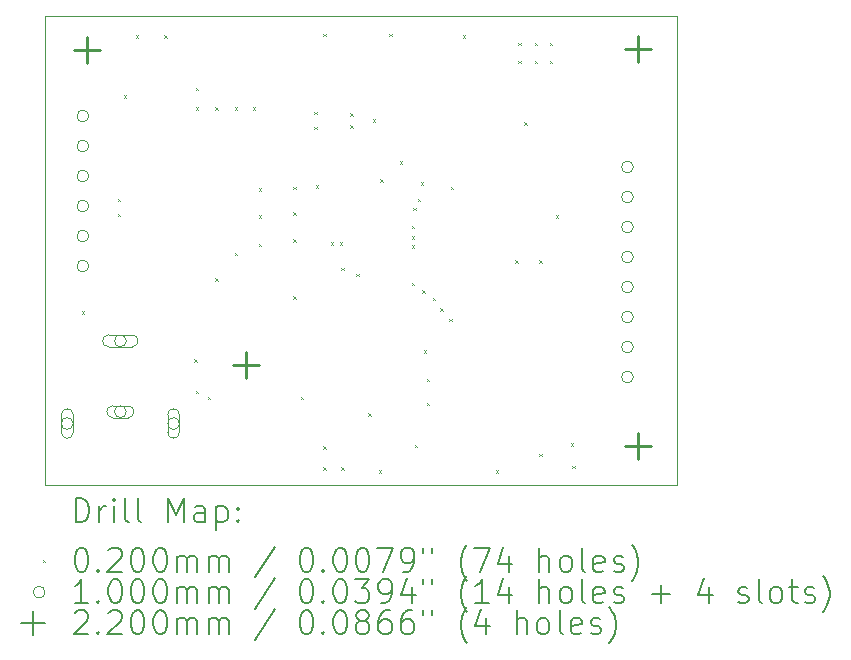
<source format=gbr>
%TF.GenerationSoftware,KiCad,Pcbnew,7.0.11-7.0.11~ubuntu22.04.1*%
%TF.CreationDate,2025-04-19T23:19:39+01:00*%
%TF.ProjectId,Mixed_Signal_Design,4d697865-645f-4536-9967-6e616c5f4465,rev?*%
%TF.SameCoordinates,Original*%
%TF.FileFunction,Drillmap*%
%TF.FilePolarity,Positive*%
%FSLAX45Y45*%
G04 Gerber Fmt 4.5, Leading zero omitted, Abs format (unit mm)*
G04 Created by KiCad (PCBNEW 7.0.11-7.0.11~ubuntu22.04.1) date 2025-04-19 23:19:39*
%MOMM*%
%LPD*%
G01*
G04 APERTURE LIST*
%ADD10C,0.050000*%
%ADD11C,0.200000*%
%ADD12C,0.100000*%
%ADD13C,0.220000*%
G04 APERTURE END LIST*
D10*
X11557000Y-8686800D02*
X16903700Y-8686800D01*
X16903700Y-12661900D01*
X11557000Y-12661900D01*
X11557000Y-8686800D01*
D11*
D12*
X11864500Y-11191400D02*
X11884500Y-11211400D01*
X11884500Y-11191400D02*
X11864500Y-11211400D01*
X12169300Y-10238900D02*
X12189300Y-10258900D01*
X12189300Y-10238900D02*
X12169300Y-10258900D01*
X12169300Y-10365900D02*
X12189300Y-10385900D01*
X12189300Y-10365900D02*
X12169300Y-10385900D01*
X12220100Y-9362600D02*
X12240100Y-9382600D01*
X12240100Y-9362600D02*
X12220100Y-9382600D01*
X12321700Y-8854600D02*
X12341700Y-8874600D01*
X12341700Y-8854600D02*
X12321700Y-8874600D01*
X12563000Y-8854600D02*
X12583000Y-8874600D01*
X12583000Y-8854600D02*
X12563000Y-8874600D01*
X12817000Y-11597800D02*
X12837000Y-11617800D01*
X12837000Y-11597800D02*
X12817000Y-11617800D01*
X12829700Y-9299100D02*
X12849700Y-9319100D01*
X12849700Y-9299100D02*
X12829700Y-9319100D01*
X12829700Y-9464200D02*
X12849700Y-9484200D01*
X12849700Y-9464200D02*
X12829700Y-9484200D01*
X12829700Y-11864500D02*
X12849700Y-11884500D01*
X12849700Y-11864500D02*
X12829700Y-11884500D01*
X12931300Y-11915300D02*
X12951300Y-11935300D01*
X12951300Y-11915300D02*
X12931300Y-11935300D01*
X12994800Y-9464200D02*
X13014800Y-9484200D01*
X13014800Y-9464200D02*
X12994800Y-9484200D01*
X12994800Y-10912000D02*
X13014800Y-10932000D01*
X13014800Y-10912000D02*
X12994800Y-10932000D01*
X13159900Y-9464200D02*
X13179900Y-9484200D01*
X13179900Y-9464200D02*
X13159900Y-9484200D01*
X13159900Y-10696100D02*
X13179900Y-10716100D01*
X13179900Y-10696100D02*
X13159900Y-10716100D01*
X13312300Y-9464200D02*
X13332300Y-9484200D01*
X13332300Y-9464200D02*
X13312300Y-9484200D01*
X13363100Y-10150000D02*
X13383100Y-10170000D01*
X13383100Y-10150000D02*
X13363100Y-10170000D01*
X13363100Y-10378600D02*
X13383100Y-10398600D01*
X13383100Y-10378600D02*
X13363100Y-10398600D01*
X13363100Y-10619900D02*
X13383100Y-10639900D01*
X13383100Y-10619900D02*
X13363100Y-10639900D01*
X13655200Y-10137300D02*
X13675200Y-10157300D01*
X13675200Y-10137300D02*
X13655200Y-10157300D01*
X13655200Y-10353200D02*
X13675200Y-10373200D01*
X13675200Y-10353200D02*
X13655200Y-10373200D01*
X13655200Y-10581800D02*
X13675200Y-10601800D01*
X13675200Y-10581800D02*
X13655200Y-10601800D01*
X13655200Y-11064400D02*
X13675200Y-11084400D01*
X13675200Y-11064400D02*
X13655200Y-11084400D01*
X13718700Y-11915300D02*
X13738700Y-11935300D01*
X13738700Y-11915300D02*
X13718700Y-11935300D01*
X13833000Y-9502300D02*
X13853000Y-9522300D01*
X13853000Y-9502300D02*
X13833000Y-9522300D01*
X13833000Y-9629300D02*
X13853000Y-9649300D01*
X13853000Y-9629300D02*
X13833000Y-9649300D01*
X13845700Y-10124600D02*
X13865700Y-10144600D01*
X13865700Y-10124600D02*
X13845700Y-10144600D01*
X13909200Y-8841900D02*
X13929200Y-8861900D01*
X13929200Y-8841900D02*
X13909200Y-8861900D01*
X13909200Y-12334400D02*
X13929200Y-12354400D01*
X13929200Y-12334400D02*
X13909200Y-12354400D01*
X13909200Y-12512200D02*
X13929200Y-12532200D01*
X13929200Y-12512200D02*
X13909200Y-12532200D01*
X13972700Y-10607200D02*
X13992700Y-10627200D01*
X13992700Y-10607200D02*
X13972700Y-10627200D01*
X14048900Y-10607200D02*
X14068900Y-10627200D01*
X14068900Y-10607200D02*
X14048900Y-10627200D01*
X14061600Y-10823100D02*
X14081600Y-10843100D01*
X14081600Y-10823100D02*
X14061600Y-10843100D01*
X14061600Y-12512200D02*
X14081600Y-12532200D01*
X14081600Y-12512200D02*
X14061600Y-12532200D01*
X14137800Y-9515000D02*
X14157800Y-9535000D01*
X14157800Y-9515000D02*
X14137800Y-9535000D01*
X14137800Y-9616600D02*
X14157800Y-9636600D01*
X14157800Y-9616600D02*
X14137800Y-9636600D01*
X14188600Y-10873900D02*
X14208600Y-10893900D01*
X14208600Y-10873900D02*
X14188600Y-10893900D01*
X14290200Y-12055000D02*
X14310200Y-12075000D01*
X14310200Y-12055000D02*
X14290200Y-12075000D01*
X14328300Y-9565800D02*
X14348300Y-9585800D01*
X14348300Y-9565800D02*
X14328300Y-9585800D01*
X14379100Y-12537600D02*
X14399100Y-12557600D01*
X14399100Y-12537600D02*
X14379100Y-12557600D01*
X14391800Y-10073800D02*
X14411800Y-10093800D01*
X14411800Y-10073800D02*
X14391800Y-10093800D01*
X14468000Y-8841900D02*
X14488000Y-8861900D01*
X14488000Y-8841900D02*
X14468000Y-8861900D01*
X14556900Y-9921400D02*
X14576900Y-9941400D01*
X14576900Y-9921400D02*
X14556900Y-9941400D01*
X14658500Y-10467500D02*
X14678500Y-10487500D01*
X14678500Y-10467500D02*
X14658500Y-10487500D01*
X14658500Y-10556400D02*
X14678500Y-10576400D01*
X14678500Y-10556400D02*
X14658500Y-10576400D01*
X14658500Y-10632600D02*
X14678500Y-10652600D01*
X14678500Y-10632600D02*
X14658500Y-10652600D01*
X14658500Y-10950100D02*
X14678500Y-10970100D01*
X14678500Y-10950100D02*
X14658500Y-10970100D01*
X14671200Y-10315100D02*
X14691200Y-10335100D01*
X14691200Y-10315100D02*
X14671200Y-10335100D01*
X14683900Y-12321700D02*
X14703900Y-12341700D01*
X14703900Y-12321700D02*
X14683900Y-12341700D01*
X14709300Y-10238900D02*
X14729300Y-10258900D01*
X14729300Y-10238900D02*
X14709300Y-10258900D01*
X14734700Y-10099200D02*
X14754700Y-10119200D01*
X14754700Y-10099200D02*
X14734700Y-10119200D01*
X14747400Y-11013600D02*
X14767400Y-11033600D01*
X14767400Y-11013600D02*
X14747400Y-11033600D01*
X14760100Y-11521600D02*
X14780100Y-11541600D01*
X14780100Y-11521600D02*
X14760100Y-11541600D01*
X14785500Y-11762900D02*
X14805500Y-11782900D01*
X14805500Y-11762900D02*
X14785500Y-11782900D01*
X14785500Y-11966100D02*
X14805500Y-11986100D01*
X14805500Y-11966100D02*
X14785500Y-11986100D01*
X14836300Y-11077100D02*
X14856300Y-11097100D01*
X14856300Y-11077100D02*
X14836300Y-11097100D01*
X14899800Y-11166000D02*
X14919800Y-11186000D01*
X14919800Y-11166000D02*
X14899800Y-11186000D01*
X14976000Y-11254900D02*
X14996000Y-11274900D01*
X14996000Y-11254900D02*
X14976000Y-11274900D01*
X14988700Y-10137300D02*
X15008700Y-10157300D01*
X15008700Y-10137300D02*
X14988700Y-10157300D01*
X15090300Y-8854600D02*
X15110300Y-8874600D01*
X15110300Y-8854600D02*
X15090300Y-8874600D01*
X15369700Y-12537600D02*
X15389700Y-12557600D01*
X15389700Y-12537600D02*
X15369700Y-12557600D01*
X15534800Y-10759600D02*
X15554800Y-10779600D01*
X15554800Y-10759600D02*
X15534800Y-10779600D01*
X15560200Y-8918100D02*
X15580200Y-8938100D01*
X15580200Y-8918100D02*
X15560200Y-8938100D01*
X15560200Y-9070500D02*
X15580200Y-9090500D01*
X15580200Y-9070500D02*
X15560200Y-9090500D01*
X15611000Y-9591200D02*
X15631000Y-9611200D01*
X15631000Y-9591200D02*
X15611000Y-9611200D01*
X15699900Y-8918100D02*
X15719900Y-8938100D01*
X15719900Y-8918100D02*
X15699900Y-8938100D01*
X15699900Y-9070500D02*
X15719900Y-9090500D01*
X15719900Y-9070500D02*
X15699900Y-9090500D01*
X15738000Y-10759600D02*
X15758000Y-10779600D01*
X15758000Y-10759600D02*
X15738000Y-10779600D01*
X15738000Y-12397900D02*
X15758000Y-12417900D01*
X15758000Y-12397900D02*
X15738000Y-12417900D01*
X15826900Y-8918100D02*
X15846900Y-8938100D01*
X15846900Y-8918100D02*
X15826900Y-8938100D01*
X15826900Y-9070500D02*
X15846900Y-9090500D01*
X15846900Y-9070500D02*
X15826900Y-9090500D01*
X15877700Y-10378600D02*
X15897700Y-10398600D01*
X15897700Y-10378600D02*
X15877700Y-10398600D01*
X16004700Y-12309000D02*
X16024700Y-12329000D01*
X16024700Y-12309000D02*
X16004700Y-12329000D01*
X16017400Y-12499500D02*
X16037400Y-12519500D01*
X16037400Y-12499500D02*
X16017400Y-12519500D01*
X11792000Y-12141200D02*
G75*
G03*
X11692000Y-12141200I-50000J0D01*
G01*
X11692000Y-12141200D02*
G75*
G03*
X11792000Y-12141200I50000J0D01*
G01*
X11692000Y-12066200D02*
X11692000Y-12216200D01*
X11692000Y-12216200D02*
G75*
G03*
X11792000Y-12216200I50000J0D01*
G01*
X11792000Y-12216200D02*
X11792000Y-12066200D01*
X11792000Y-12066200D02*
G75*
G03*
X11692000Y-12066200I-50000J0D01*
G01*
X11924500Y-9537700D02*
G75*
G03*
X11824500Y-9537700I-50000J0D01*
G01*
X11824500Y-9537700D02*
G75*
G03*
X11924500Y-9537700I50000J0D01*
G01*
X11924500Y-9791700D02*
G75*
G03*
X11824500Y-9791700I-50000J0D01*
G01*
X11824500Y-9791700D02*
G75*
G03*
X11924500Y-9791700I50000J0D01*
G01*
X11924500Y-10045700D02*
G75*
G03*
X11824500Y-10045700I-50000J0D01*
G01*
X11824500Y-10045700D02*
G75*
G03*
X11924500Y-10045700I50000J0D01*
G01*
X11924500Y-10299700D02*
G75*
G03*
X11824500Y-10299700I-50000J0D01*
G01*
X11824500Y-10299700D02*
G75*
G03*
X11924500Y-10299700I50000J0D01*
G01*
X11924500Y-10553700D02*
G75*
G03*
X11824500Y-10553700I-50000J0D01*
G01*
X11824500Y-10553700D02*
G75*
G03*
X11924500Y-10553700I50000J0D01*
G01*
X11924500Y-10807700D02*
G75*
G03*
X11824500Y-10807700I-50000J0D01*
G01*
X11824500Y-10807700D02*
G75*
G03*
X11924500Y-10807700I50000J0D01*
G01*
X12242000Y-11441200D02*
G75*
G03*
X12142000Y-11441200I-50000J0D01*
G01*
X12142000Y-11441200D02*
G75*
G03*
X12242000Y-11441200I50000J0D01*
G01*
X12092000Y-11491200D02*
X12292000Y-11491200D01*
X12292000Y-11491200D02*
G75*
G03*
X12292000Y-11391200I0J50000D01*
G01*
X12292000Y-11391200D02*
X12092000Y-11391200D01*
X12092000Y-11391200D02*
G75*
G03*
X12092000Y-11491200I0J-50000D01*
G01*
X12242000Y-12041200D02*
G75*
G03*
X12142000Y-12041200I-50000J0D01*
G01*
X12142000Y-12041200D02*
G75*
G03*
X12242000Y-12041200I50000J0D01*
G01*
X12127000Y-12091200D02*
X12257000Y-12091200D01*
X12257000Y-12091200D02*
G75*
G03*
X12257000Y-11991200I0J50000D01*
G01*
X12257000Y-11991200D02*
X12127000Y-11991200D01*
X12127000Y-11991200D02*
G75*
G03*
X12127000Y-12091200I0J-50000D01*
G01*
X12692000Y-12141200D02*
G75*
G03*
X12592000Y-12141200I-50000J0D01*
G01*
X12592000Y-12141200D02*
G75*
G03*
X12692000Y-12141200I50000J0D01*
G01*
X12592000Y-12066200D02*
X12592000Y-12216200D01*
X12592000Y-12216200D02*
G75*
G03*
X12692000Y-12216200I50000J0D01*
G01*
X12692000Y-12216200D02*
X12692000Y-12066200D01*
X12692000Y-12066200D02*
G75*
G03*
X12592000Y-12066200I-50000J0D01*
G01*
X16534600Y-9969500D02*
G75*
G03*
X16434600Y-9969500I-50000J0D01*
G01*
X16434600Y-9969500D02*
G75*
G03*
X16534600Y-9969500I50000J0D01*
G01*
X16534600Y-10223500D02*
G75*
G03*
X16434600Y-10223500I-50000J0D01*
G01*
X16434600Y-10223500D02*
G75*
G03*
X16534600Y-10223500I50000J0D01*
G01*
X16534600Y-10477500D02*
G75*
G03*
X16434600Y-10477500I-50000J0D01*
G01*
X16434600Y-10477500D02*
G75*
G03*
X16534600Y-10477500I50000J0D01*
G01*
X16534600Y-10731500D02*
G75*
G03*
X16434600Y-10731500I-50000J0D01*
G01*
X16434600Y-10731500D02*
G75*
G03*
X16534600Y-10731500I50000J0D01*
G01*
X16534600Y-10985500D02*
G75*
G03*
X16434600Y-10985500I-50000J0D01*
G01*
X16434600Y-10985500D02*
G75*
G03*
X16534600Y-10985500I50000J0D01*
G01*
X16534600Y-11239500D02*
G75*
G03*
X16434600Y-11239500I-50000J0D01*
G01*
X16434600Y-11239500D02*
G75*
G03*
X16534600Y-11239500I50000J0D01*
G01*
X16534600Y-11493500D02*
G75*
G03*
X16434600Y-11493500I-50000J0D01*
G01*
X16434600Y-11493500D02*
G75*
G03*
X16534600Y-11493500I50000J0D01*
G01*
X16534600Y-11747500D02*
G75*
G03*
X16434600Y-11747500I-50000J0D01*
G01*
X16434600Y-11747500D02*
G75*
G03*
X16534600Y-11747500I50000J0D01*
G01*
D13*
X11912600Y-8868900D02*
X11912600Y-9088900D01*
X11802600Y-8978900D02*
X12022600Y-8978900D01*
X13258800Y-11535900D02*
X13258800Y-11755900D01*
X13148800Y-11645900D02*
X13368800Y-11645900D01*
X16573500Y-8856200D02*
X16573500Y-9076200D01*
X16463500Y-8966200D02*
X16683500Y-8966200D01*
X16573500Y-12221700D02*
X16573500Y-12441700D01*
X16463500Y-12331700D02*
X16683500Y-12331700D01*
D11*
X11815277Y-12975884D02*
X11815277Y-12775884D01*
X11815277Y-12775884D02*
X11862896Y-12775884D01*
X11862896Y-12775884D02*
X11891467Y-12785408D01*
X11891467Y-12785408D02*
X11910515Y-12804455D01*
X11910515Y-12804455D02*
X11920039Y-12823503D01*
X11920039Y-12823503D02*
X11929562Y-12861598D01*
X11929562Y-12861598D02*
X11929562Y-12890169D01*
X11929562Y-12890169D02*
X11920039Y-12928265D01*
X11920039Y-12928265D02*
X11910515Y-12947312D01*
X11910515Y-12947312D02*
X11891467Y-12966360D01*
X11891467Y-12966360D02*
X11862896Y-12975884D01*
X11862896Y-12975884D02*
X11815277Y-12975884D01*
X12015277Y-12975884D02*
X12015277Y-12842550D01*
X12015277Y-12880646D02*
X12024801Y-12861598D01*
X12024801Y-12861598D02*
X12034324Y-12852074D01*
X12034324Y-12852074D02*
X12053372Y-12842550D01*
X12053372Y-12842550D02*
X12072420Y-12842550D01*
X12139086Y-12975884D02*
X12139086Y-12842550D01*
X12139086Y-12775884D02*
X12129562Y-12785408D01*
X12129562Y-12785408D02*
X12139086Y-12794931D01*
X12139086Y-12794931D02*
X12148610Y-12785408D01*
X12148610Y-12785408D02*
X12139086Y-12775884D01*
X12139086Y-12775884D02*
X12139086Y-12794931D01*
X12262896Y-12975884D02*
X12243848Y-12966360D01*
X12243848Y-12966360D02*
X12234324Y-12947312D01*
X12234324Y-12947312D02*
X12234324Y-12775884D01*
X12367658Y-12975884D02*
X12348610Y-12966360D01*
X12348610Y-12966360D02*
X12339086Y-12947312D01*
X12339086Y-12947312D02*
X12339086Y-12775884D01*
X12596229Y-12975884D02*
X12596229Y-12775884D01*
X12596229Y-12775884D02*
X12662896Y-12918741D01*
X12662896Y-12918741D02*
X12729562Y-12775884D01*
X12729562Y-12775884D02*
X12729562Y-12975884D01*
X12910515Y-12975884D02*
X12910515Y-12871122D01*
X12910515Y-12871122D02*
X12900991Y-12852074D01*
X12900991Y-12852074D02*
X12881943Y-12842550D01*
X12881943Y-12842550D02*
X12843848Y-12842550D01*
X12843848Y-12842550D02*
X12824801Y-12852074D01*
X12910515Y-12966360D02*
X12891467Y-12975884D01*
X12891467Y-12975884D02*
X12843848Y-12975884D01*
X12843848Y-12975884D02*
X12824801Y-12966360D01*
X12824801Y-12966360D02*
X12815277Y-12947312D01*
X12815277Y-12947312D02*
X12815277Y-12928265D01*
X12815277Y-12928265D02*
X12824801Y-12909217D01*
X12824801Y-12909217D02*
X12843848Y-12899693D01*
X12843848Y-12899693D02*
X12891467Y-12899693D01*
X12891467Y-12899693D02*
X12910515Y-12890169D01*
X13005753Y-12842550D02*
X13005753Y-13042550D01*
X13005753Y-12852074D02*
X13024801Y-12842550D01*
X13024801Y-12842550D02*
X13062896Y-12842550D01*
X13062896Y-12842550D02*
X13081943Y-12852074D01*
X13081943Y-12852074D02*
X13091467Y-12861598D01*
X13091467Y-12861598D02*
X13100991Y-12880646D01*
X13100991Y-12880646D02*
X13100991Y-12937788D01*
X13100991Y-12937788D02*
X13091467Y-12956836D01*
X13091467Y-12956836D02*
X13081943Y-12966360D01*
X13081943Y-12966360D02*
X13062896Y-12975884D01*
X13062896Y-12975884D02*
X13024801Y-12975884D01*
X13024801Y-12975884D02*
X13005753Y-12966360D01*
X13186705Y-12956836D02*
X13196229Y-12966360D01*
X13196229Y-12966360D02*
X13186705Y-12975884D01*
X13186705Y-12975884D02*
X13177182Y-12966360D01*
X13177182Y-12966360D02*
X13186705Y-12956836D01*
X13186705Y-12956836D02*
X13186705Y-12975884D01*
X13186705Y-12852074D02*
X13196229Y-12861598D01*
X13196229Y-12861598D02*
X13186705Y-12871122D01*
X13186705Y-12871122D02*
X13177182Y-12861598D01*
X13177182Y-12861598D02*
X13186705Y-12852074D01*
X13186705Y-12852074D02*
X13186705Y-12871122D01*
D12*
X11534500Y-13294400D02*
X11554500Y-13314400D01*
X11554500Y-13294400D02*
X11534500Y-13314400D01*
D11*
X11853372Y-13195884D02*
X11872420Y-13195884D01*
X11872420Y-13195884D02*
X11891467Y-13205408D01*
X11891467Y-13205408D02*
X11900991Y-13214931D01*
X11900991Y-13214931D02*
X11910515Y-13233979D01*
X11910515Y-13233979D02*
X11920039Y-13272074D01*
X11920039Y-13272074D02*
X11920039Y-13319693D01*
X11920039Y-13319693D02*
X11910515Y-13357788D01*
X11910515Y-13357788D02*
X11900991Y-13376836D01*
X11900991Y-13376836D02*
X11891467Y-13386360D01*
X11891467Y-13386360D02*
X11872420Y-13395884D01*
X11872420Y-13395884D02*
X11853372Y-13395884D01*
X11853372Y-13395884D02*
X11834324Y-13386360D01*
X11834324Y-13386360D02*
X11824801Y-13376836D01*
X11824801Y-13376836D02*
X11815277Y-13357788D01*
X11815277Y-13357788D02*
X11805753Y-13319693D01*
X11805753Y-13319693D02*
X11805753Y-13272074D01*
X11805753Y-13272074D02*
X11815277Y-13233979D01*
X11815277Y-13233979D02*
X11824801Y-13214931D01*
X11824801Y-13214931D02*
X11834324Y-13205408D01*
X11834324Y-13205408D02*
X11853372Y-13195884D01*
X12005753Y-13376836D02*
X12015277Y-13386360D01*
X12015277Y-13386360D02*
X12005753Y-13395884D01*
X12005753Y-13395884D02*
X11996229Y-13386360D01*
X11996229Y-13386360D02*
X12005753Y-13376836D01*
X12005753Y-13376836D02*
X12005753Y-13395884D01*
X12091467Y-13214931D02*
X12100991Y-13205408D01*
X12100991Y-13205408D02*
X12120039Y-13195884D01*
X12120039Y-13195884D02*
X12167658Y-13195884D01*
X12167658Y-13195884D02*
X12186705Y-13205408D01*
X12186705Y-13205408D02*
X12196229Y-13214931D01*
X12196229Y-13214931D02*
X12205753Y-13233979D01*
X12205753Y-13233979D02*
X12205753Y-13253027D01*
X12205753Y-13253027D02*
X12196229Y-13281598D01*
X12196229Y-13281598D02*
X12081943Y-13395884D01*
X12081943Y-13395884D02*
X12205753Y-13395884D01*
X12329562Y-13195884D02*
X12348610Y-13195884D01*
X12348610Y-13195884D02*
X12367658Y-13205408D01*
X12367658Y-13205408D02*
X12377182Y-13214931D01*
X12377182Y-13214931D02*
X12386705Y-13233979D01*
X12386705Y-13233979D02*
X12396229Y-13272074D01*
X12396229Y-13272074D02*
X12396229Y-13319693D01*
X12396229Y-13319693D02*
X12386705Y-13357788D01*
X12386705Y-13357788D02*
X12377182Y-13376836D01*
X12377182Y-13376836D02*
X12367658Y-13386360D01*
X12367658Y-13386360D02*
X12348610Y-13395884D01*
X12348610Y-13395884D02*
X12329562Y-13395884D01*
X12329562Y-13395884D02*
X12310515Y-13386360D01*
X12310515Y-13386360D02*
X12300991Y-13376836D01*
X12300991Y-13376836D02*
X12291467Y-13357788D01*
X12291467Y-13357788D02*
X12281943Y-13319693D01*
X12281943Y-13319693D02*
X12281943Y-13272074D01*
X12281943Y-13272074D02*
X12291467Y-13233979D01*
X12291467Y-13233979D02*
X12300991Y-13214931D01*
X12300991Y-13214931D02*
X12310515Y-13205408D01*
X12310515Y-13205408D02*
X12329562Y-13195884D01*
X12520039Y-13195884D02*
X12539086Y-13195884D01*
X12539086Y-13195884D02*
X12558134Y-13205408D01*
X12558134Y-13205408D02*
X12567658Y-13214931D01*
X12567658Y-13214931D02*
X12577182Y-13233979D01*
X12577182Y-13233979D02*
X12586705Y-13272074D01*
X12586705Y-13272074D02*
X12586705Y-13319693D01*
X12586705Y-13319693D02*
X12577182Y-13357788D01*
X12577182Y-13357788D02*
X12567658Y-13376836D01*
X12567658Y-13376836D02*
X12558134Y-13386360D01*
X12558134Y-13386360D02*
X12539086Y-13395884D01*
X12539086Y-13395884D02*
X12520039Y-13395884D01*
X12520039Y-13395884D02*
X12500991Y-13386360D01*
X12500991Y-13386360D02*
X12491467Y-13376836D01*
X12491467Y-13376836D02*
X12481943Y-13357788D01*
X12481943Y-13357788D02*
X12472420Y-13319693D01*
X12472420Y-13319693D02*
X12472420Y-13272074D01*
X12472420Y-13272074D02*
X12481943Y-13233979D01*
X12481943Y-13233979D02*
X12491467Y-13214931D01*
X12491467Y-13214931D02*
X12500991Y-13205408D01*
X12500991Y-13205408D02*
X12520039Y-13195884D01*
X12672420Y-13395884D02*
X12672420Y-13262550D01*
X12672420Y-13281598D02*
X12681943Y-13272074D01*
X12681943Y-13272074D02*
X12700991Y-13262550D01*
X12700991Y-13262550D02*
X12729563Y-13262550D01*
X12729563Y-13262550D02*
X12748610Y-13272074D01*
X12748610Y-13272074D02*
X12758134Y-13291122D01*
X12758134Y-13291122D02*
X12758134Y-13395884D01*
X12758134Y-13291122D02*
X12767658Y-13272074D01*
X12767658Y-13272074D02*
X12786705Y-13262550D01*
X12786705Y-13262550D02*
X12815277Y-13262550D01*
X12815277Y-13262550D02*
X12834324Y-13272074D01*
X12834324Y-13272074D02*
X12843848Y-13291122D01*
X12843848Y-13291122D02*
X12843848Y-13395884D01*
X12939086Y-13395884D02*
X12939086Y-13262550D01*
X12939086Y-13281598D02*
X12948610Y-13272074D01*
X12948610Y-13272074D02*
X12967658Y-13262550D01*
X12967658Y-13262550D02*
X12996229Y-13262550D01*
X12996229Y-13262550D02*
X13015277Y-13272074D01*
X13015277Y-13272074D02*
X13024801Y-13291122D01*
X13024801Y-13291122D02*
X13024801Y-13395884D01*
X13024801Y-13291122D02*
X13034324Y-13272074D01*
X13034324Y-13272074D02*
X13053372Y-13262550D01*
X13053372Y-13262550D02*
X13081943Y-13262550D01*
X13081943Y-13262550D02*
X13100991Y-13272074D01*
X13100991Y-13272074D02*
X13110515Y-13291122D01*
X13110515Y-13291122D02*
X13110515Y-13395884D01*
X13500991Y-13186360D02*
X13329563Y-13443503D01*
X13758134Y-13195884D02*
X13777182Y-13195884D01*
X13777182Y-13195884D02*
X13796229Y-13205408D01*
X13796229Y-13205408D02*
X13805753Y-13214931D01*
X13805753Y-13214931D02*
X13815277Y-13233979D01*
X13815277Y-13233979D02*
X13824801Y-13272074D01*
X13824801Y-13272074D02*
X13824801Y-13319693D01*
X13824801Y-13319693D02*
X13815277Y-13357788D01*
X13815277Y-13357788D02*
X13805753Y-13376836D01*
X13805753Y-13376836D02*
X13796229Y-13386360D01*
X13796229Y-13386360D02*
X13777182Y-13395884D01*
X13777182Y-13395884D02*
X13758134Y-13395884D01*
X13758134Y-13395884D02*
X13739086Y-13386360D01*
X13739086Y-13386360D02*
X13729563Y-13376836D01*
X13729563Y-13376836D02*
X13720039Y-13357788D01*
X13720039Y-13357788D02*
X13710515Y-13319693D01*
X13710515Y-13319693D02*
X13710515Y-13272074D01*
X13710515Y-13272074D02*
X13720039Y-13233979D01*
X13720039Y-13233979D02*
X13729563Y-13214931D01*
X13729563Y-13214931D02*
X13739086Y-13205408D01*
X13739086Y-13205408D02*
X13758134Y-13195884D01*
X13910515Y-13376836D02*
X13920039Y-13386360D01*
X13920039Y-13386360D02*
X13910515Y-13395884D01*
X13910515Y-13395884D02*
X13900991Y-13386360D01*
X13900991Y-13386360D02*
X13910515Y-13376836D01*
X13910515Y-13376836D02*
X13910515Y-13395884D01*
X14043848Y-13195884D02*
X14062896Y-13195884D01*
X14062896Y-13195884D02*
X14081944Y-13205408D01*
X14081944Y-13205408D02*
X14091467Y-13214931D01*
X14091467Y-13214931D02*
X14100991Y-13233979D01*
X14100991Y-13233979D02*
X14110515Y-13272074D01*
X14110515Y-13272074D02*
X14110515Y-13319693D01*
X14110515Y-13319693D02*
X14100991Y-13357788D01*
X14100991Y-13357788D02*
X14091467Y-13376836D01*
X14091467Y-13376836D02*
X14081944Y-13386360D01*
X14081944Y-13386360D02*
X14062896Y-13395884D01*
X14062896Y-13395884D02*
X14043848Y-13395884D01*
X14043848Y-13395884D02*
X14024801Y-13386360D01*
X14024801Y-13386360D02*
X14015277Y-13376836D01*
X14015277Y-13376836D02*
X14005753Y-13357788D01*
X14005753Y-13357788D02*
X13996229Y-13319693D01*
X13996229Y-13319693D02*
X13996229Y-13272074D01*
X13996229Y-13272074D02*
X14005753Y-13233979D01*
X14005753Y-13233979D02*
X14015277Y-13214931D01*
X14015277Y-13214931D02*
X14024801Y-13205408D01*
X14024801Y-13205408D02*
X14043848Y-13195884D01*
X14234325Y-13195884D02*
X14253372Y-13195884D01*
X14253372Y-13195884D02*
X14272420Y-13205408D01*
X14272420Y-13205408D02*
X14281944Y-13214931D01*
X14281944Y-13214931D02*
X14291467Y-13233979D01*
X14291467Y-13233979D02*
X14300991Y-13272074D01*
X14300991Y-13272074D02*
X14300991Y-13319693D01*
X14300991Y-13319693D02*
X14291467Y-13357788D01*
X14291467Y-13357788D02*
X14281944Y-13376836D01*
X14281944Y-13376836D02*
X14272420Y-13386360D01*
X14272420Y-13386360D02*
X14253372Y-13395884D01*
X14253372Y-13395884D02*
X14234325Y-13395884D01*
X14234325Y-13395884D02*
X14215277Y-13386360D01*
X14215277Y-13386360D02*
X14205753Y-13376836D01*
X14205753Y-13376836D02*
X14196229Y-13357788D01*
X14196229Y-13357788D02*
X14186706Y-13319693D01*
X14186706Y-13319693D02*
X14186706Y-13272074D01*
X14186706Y-13272074D02*
X14196229Y-13233979D01*
X14196229Y-13233979D02*
X14205753Y-13214931D01*
X14205753Y-13214931D02*
X14215277Y-13205408D01*
X14215277Y-13205408D02*
X14234325Y-13195884D01*
X14367658Y-13195884D02*
X14500991Y-13195884D01*
X14500991Y-13195884D02*
X14415277Y-13395884D01*
X14586706Y-13395884D02*
X14624801Y-13395884D01*
X14624801Y-13395884D02*
X14643848Y-13386360D01*
X14643848Y-13386360D02*
X14653372Y-13376836D01*
X14653372Y-13376836D02*
X14672420Y-13348265D01*
X14672420Y-13348265D02*
X14681944Y-13310169D01*
X14681944Y-13310169D02*
X14681944Y-13233979D01*
X14681944Y-13233979D02*
X14672420Y-13214931D01*
X14672420Y-13214931D02*
X14662896Y-13205408D01*
X14662896Y-13205408D02*
X14643848Y-13195884D01*
X14643848Y-13195884D02*
X14605753Y-13195884D01*
X14605753Y-13195884D02*
X14586706Y-13205408D01*
X14586706Y-13205408D02*
X14577182Y-13214931D01*
X14577182Y-13214931D02*
X14567658Y-13233979D01*
X14567658Y-13233979D02*
X14567658Y-13281598D01*
X14567658Y-13281598D02*
X14577182Y-13300646D01*
X14577182Y-13300646D02*
X14586706Y-13310169D01*
X14586706Y-13310169D02*
X14605753Y-13319693D01*
X14605753Y-13319693D02*
X14643848Y-13319693D01*
X14643848Y-13319693D02*
X14662896Y-13310169D01*
X14662896Y-13310169D02*
X14672420Y-13300646D01*
X14672420Y-13300646D02*
X14681944Y-13281598D01*
X14758134Y-13195884D02*
X14758134Y-13233979D01*
X14834325Y-13195884D02*
X14834325Y-13233979D01*
X15129563Y-13472074D02*
X15120039Y-13462550D01*
X15120039Y-13462550D02*
X15100991Y-13433979D01*
X15100991Y-13433979D02*
X15091468Y-13414931D01*
X15091468Y-13414931D02*
X15081944Y-13386360D01*
X15081944Y-13386360D02*
X15072420Y-13338741D01*
X15072420Y-13338741D02*
X15072420Y-13300646D01*
X15072420Y-13300646D02*
X15081944Y-13253027D01*
X15081944Y-13253027D02*
X15091468Y-13224455D01*
X15091468Y-13224455D02*
X15100991Y-13205408D01*
X15100991Y-13205408D02*
X15120039Y-13176836D01*
X15120039Y-13176836D02*
X15129563Y-13167312D01*
X15186706Y-13195884D02*
X15320039Y-13195884D01*
X15320039Y-13195884D02*
X15234325Y-13395884D01*
X15481944Y-13262550D02*
X15481944Y-13395884D01*
X15434325Y-13186360D02*
X15386706Y-13329217D01*
X15386706Y-13329217D02*
X15510515Y-13329217D01*
X15739087Y-13395884D02*
X15739087Y-13195884D01*
X15824801Y-13395884D02*
X15824801Y-13291122D01*
X15824801Y-13291122D02*
X15815277Y-13272074D01*
X15815277Y-13272074D02*
X15796230Y-13262550D01*
X15796230Y-13262550D02*
X15767658Y-13262550D01*
X15767658Y-13262550D02*
X15748610Y-13272074D01*
X15748610Y-13272074D02*
X15739087Y-13281598D01*
X15948610Y-13395884D02*
X15929563Y-13386360D01*
X15929563Y-13386360D02*
X15920039Y-13376836D01*
X15920039Y-13376836D02*
X15910515Y-13357788D01*
X15910515Y-13357788D02*
X15910515Y-13300646D01*
X15910515Y-13300646D02*
X15920039Y-13281598D01*
X15920039Y-13281598D02*
X15929563Y-13272074D01*
X15929563Y-13272074D02*
X15948610Y-13262550D01*
X15948610Y-13262550D02*
X15977182Y-13262550D01*
X15977182Y-13262550D02*
X15996230Y-13272074D01*
X15996230Y-13272074D02*
X16005753Y-13281598D01*
X16005753Y-13281598D02*
X16015277Y-13300646D01*
X16015277Y-13300646D02*
X16015277Y-13357788D01*
X16015277Y-13357788D02*
X16005753Y-13376836D01*
X16005753Y-13376836D02*
X15996230Y-13386360D01*
X15996230Y-13386360D02*
X15977182Y-13395884D01*
X15977182Y-13395884D02*
X15948610Y-13395884D01*
X16129563Y-13395884D02*
X16110515Y-13386360D01*
X16110515Y-13386360D02*
X16100991Y-13367312D01*
X16100991Y-13367312D02*
X16100991Y-13195884D01*
X16281944Y-13386360D02*
X16262896Y-13395884D01*
X16262896Y-13395884D02*
X16224801Y-13395884D01*
X16224801Y-13395884D02*
X16205753Y-13386360D01*
X16205753Y-13386360D02*
X16196230Y-13367312D01*
X16196230Y-13367312D02*
X16196230Y-13291122D01*
X16196230Y-13291122D02*
X16205753Y-13272074D01*
X16205753Y-13272074D02*
X16224801Y-13262550D01*
X16224801Y-13262550D02*
X16262896Y-13262550D01*
X16262896Y-13262550D02*
X16281944Y-13272074D01*
X16281944Y-13272074D02*
X16291468Y-13291122D01*
X16291468Y-13291122D02*
X16291468Y-13310169D01*
X16291468Y-13310169D02*
X16196230Y-13329217D01*
X16367658Y-13386360D02*
X16386706Y-13395884D01*
X16386706Y-13395884D02*
X16424801Y-13395884D01*
X16424801Y-13395884D02*
X16443849Y-13386360D01*
X16443849Y-13386360D02*
X16453372Y-13367312D01*
X16453372Y-13367312D02*
X16453372Y-13357788D01*
X16453372Y-13357788D02*
X16443849Y-13338741D01*
X16443849Y-13338741D02*
X16424801Y-13329217D01*
X16424801Y-13329217D02*
X16396230Y-13329217D01*
X16396230Y-13329217D02*
X16377182Y-13319693D01*
X16377182Y-13319693D02*
X16367658Y-13300646D01*
X16367658Y-13300646D02*
X16367658Y-13291122D01*
X16367658Y-13291122D02*
X16377182Y-13272074D01*
X16377182Y-13272074D02*
X16396230Y-13262550D01*
X16396230Y-13262550D02*
X16424801Y-13262550D01*
X16424801Y-13262550D02*
X16443849Y-13272074D01*
X16520039Y-13472074D02*
X16529563Y-13462550D01*
X16529563Y-13462550D02*
X16548611Y-13433979D01*
X16548611Y-13433979D02*
X16558134Y-13414931D01*
X16558134Y-13414931D02*
X16567658Y-13386360D01*
X16567658Y-13386360D02*
X16577182Y-13338741D01*
X16577182Y-13338741D02*
X16577182Y-13300646D01*
X16577182Y-13300646D02*
X16567658Y-13253027D01*
X16567658Y-13253027D02*
X16558134Y-13224455D01*
X16558134Y-13224455D02*
X16548611Y-13205408D01*
X16548611Y-13205408D02*
X16529563Y-13176836D01*
X16529563Y-13176836D02*
X16520039Y-13167312D01*
D12*
X11554500Y-13568400D02*
G75*
G03*
X11454500Y-13568400I-50000J0D01*
G01*
X11454500Y-13568400D02*
G75*
G03*
X11554500Y-13568400I50000J0D01*
G01*
D11*
X11920039Y-13659884D02*
X11805753Y-13659884D01*
X11862896Y-13659884D02*
X11862896Y-13459884D01*
X11862896Y-13459884D02*
X11843848Y-13488455D01*
X11843848Y-13488455D02*
X11824801Y-13507503D01*
X11824801Y-13507503D02*
X11805753Y-13517027D01*
X12005753Y-13640836D02*
X12015277Y-13650360D01*
X12015277Y-13650360D02*
X12005753Y-13659884D01*
X12005753Y-13659884D02*
X11996229Y-13650360D01*
X11996229Y-13650360D02*
X12005753Y-13640836D01*
X12005753Y-13640836D02*
X12005753Y-13659884D01*
X12139086Y-13459884D02*
X12158134Y-13459884D01*
X12158134Y-13459884D02*
X12177182Y-13469408D01*
X12177182Y-13469408D02*
X12186705Y-13478931D01*
X12186705Y-13478931D02*
X12196229Y-13497979D01*
X12196229Y-13497979D02*
X12205753Y-13536074D01*
X12205753Y-13536074D02*
X12205753Y-13583693D01*
X12205753Y-13583693D02*
X12196229Y-13621788D01*
X12196229Y-13621788D02*
X12186705Y-13640836D01*
X12186705Y-13640836D02*
X12177182Y-13650360D01*
X12177182Y-13650360D02*
X12158134Y-13659884D01*
X12158134Y-13659884D02*
X12139086Y-13659884D01*
X12139086Y-13659884D02*
X12120039Y-13650360D01*
X12120039Y-13650360D02*
X12110515Y-13640836D01*
X12110515Y-13640836D02*
X12100991Y-13621788D01*
X12100991Y-13621788D02*
X12091467Y-13583693D01*
X12091467Y-13583693D02*
X12091467Y-13536074D01*
X12091467Y-13536074D02*
X12100991Y-13497979D01*
X12100991Y-13497979D02*
X12110515Y-13478931D01*
X12110515Y-13478931D02*
X12120039Y-13469408D01*
X12120039Y-13469408D02*
X12139086Y-13459884D01*
X12329562Y-13459884D02*
X12348610Y-13459884D01*
X12348610Y-13459884D02*
X12367658Y-13469408D01*
X12367658Y-13469408D02*
X12377182Y-13478931D01*
X12377182Y-13478931D02*
X12386705Y-13497979D01*
X12386705Y-13497979D02*
X12396229Y-13536074D01*
X12396229Y-13536074D02*
X12396229Y-13583693D01*
X12396229Y-13583693D02*
X12386705Y-13621788D01*
X12386705Y-13621788D02*
X12377182Y-13640836D01*
X12377182Y-13640836D02*
X12367658Y-13650360D01*
X12367658Y-13650360D02*
X12348610Y-13659884D01*
X12348610Y-13659884D02*
X12329562Y-13659884D01*
X12329562Y-13659884D02*
X12310515Y-13650360D01*
X12310515Y-13650360D02*
X12300991Y-13640836D01*
X12300991Y-13640836D02*
X12291467Y-13621788D01*
X12291467Y-13621788D02*
X12281943Y-13583693D01*
X12281943Y-13583693D02*
X12281943Y-13536074D01*
X12281943Y-13536074D02*
X12291467Y-13497979D01*
X12291467Y-13497979D02*
X12300991Y-13478931D01*
X12300991Y-13478931D02*
X12310515Y-13469408D01*
X12310515Y-13469408D02*
X12329562Y-13459884D01*
X12520039Y-13459884D02*
X12539086Y-13459884D01*
X12539086Y-13459884D02*
X12558134Y-13469408D01*
X12558134Y-13469408D02*
X12567658Y-13478931D01*
X12567658Y-13478931D02*
X12577182Y-13497979D01*
X12577182Y-13497979D02*
X12586705Y-13536074D01*
X12586705Y-13536074D02*
X12586705Y-13583693D01*
X12586705Y-13583693D02*
X12577182Y-13621788D01*
X12577182Y-13621788D02*
X12567658Y-13640836D01*
X12567658Y-13640836D02*
X12558134Y-13650360D01*
X12558134Y-13650360D02*
X12539086Y-13659884D01*
X12539086Y-13659884D02*
X12520039Y-13659884D01*
X12520039Y-13659884D02*
X12500991Y-13650360D01*
X12500991Y-13650360D02*
X12491467Y-13640836D01*
X12491467Y-13640836D02*
X12481943Y-13621788D01*
X12481943Y-13621788D02*
X12472420Y-13583693D01*
X12472420Y-13583693D02*
X12472420Y-13536074D01*
X12472420Y-13536074D02*
X12481943Y-13497979D01*
X12481943Y-13497979D02*
X12491467Y-13478931D01*
X12491467Y-13478931D02*
X12500991Y-13469408D01*
X12500991Y-13469408D02*
X12520039Y-13459884D01*
X12672420Y-13659884D02*
X12672420Y-13526550D01*
X12672420Y-13545598D02*
X12681943Y-13536074D01*
X12681943Y-13536074D02*
X12700991Y-13526550D01*
X12700991Y-13526550D02*
X12729563Y-13526550D01*
X12729563Y-13526550D02*
X12748610Y-13536074D01*
X12748610Y-13536074D02*
X12758134Y-13555122D01*
X12758134Y-13555122D02*
X12758134Y-13659884D01*
X12758134Y-13555122D02*
X12767658Y-13536074D01*
X12767658Y-13536074D02*
X12786705Y-13526550D01*
X12786705Y-13526550D02*
X12815277Y-13526550D01*
X12815277Y-13526550D02*
X12834324Y-13536074D01*
X12834324Y-13536074D02*
X12843848Y-13555122D01*
X12843848Y-13555122D02*
X12843848Y-13659884D01*
X12939086Y-13659884D02*
X12939086Y-13526550D01*
X12939086Y-13545598D02*
X12948610Y-13536074D01*
X12948610Y-13536074D02*
X12967658Y-13526550D01*
X12967658Y-13526550D02*
X12996229Y-13526550D01*
X12996229Y-13526550D02*
X13015277Y-13536074D01*
X13015277Y-13536074D02*
X13024801Y-13555122D01*
X13024801Y-13555122D02*
X13024801Y-13659884D01*
X13024801Y-13555122D02*
X13034324Y-13536074D01*
X13034324Y-13536074D02*
X13053372Y-13526550D01*
X13053372Y-13526550D02*
X13081943Y-13526550D01*
X13081943Y-13526550D02*
X13100991Y-13536074D01*
X13100991Y-13536074D02*
X13110515Y-13555122D01*
X13110515Y-13555122D02*
X13110515Y-13659884D01*
X13500991Y-13450360D02*
X13329563Y-13707503D01*
X13758134Y-13459884D02*
X13777182Y-13459884D01*
X13777182Y-13459884D02*
X13796229Y-13469408D01*
X13796229Y-13469408D02*
X13805753Y-13478931D01*
X13805753Y-13478931D02*
X13815277Y-13497979D01*
X13815277Y-13497979D02*
X13824801Y-13536074D01*
X13824801Y-13536074D02*
X13824801Y-13583693D01*
X13824801Y-13583693D02*
X13815277Y-13621788D01*
X13815277Y-13621788D02*
X13805753Y-13640836D01*
X13805753Y-13640836D02*
X13796229Y-13650360D01*
X13796229Y-13650360D02*
X13777182Y-13659884D01*
X13777182Y-13659884D02*
X13758134Y-13659884D01*
X13758134Y-13659884D02*
X13739086Y-13650360D01*
X13739086Y-13650360D02*
X13729563Y-13640836D01*
X13729563Y-13640836D02*
X13720039Y-13621788D01*
X13720039Y-13621788D02*
X13710515Y-13583693D01*
X13710515Y-13583693D02*
X13710515Y-13536074D01*
X13710515Y-13536074D02*
X13720039Y-13497979D01*
X13720039Y-13497979D02*
X13729563Y-13478931D01*
X13729563Y-13478931D02*
X13739086Y-13469408D01*
X13739086Y-13469408D02*
X13758134Y-13459884D01*
X13910515Y-13640836D02*
X13920039Y-13650360D01*
X13920039Y-13650360D02*
X13910515Y-13659884D01*
X13910515Y-13659884D02*
X13900991Y-13650360D01*
X13900991Y-13650360D02*
X13910515Y-13640836D01*
X13910515Y-13640836D02*
X13910515Y-13659884D01*
X14043848Y-13459884D02*
X14062896Y-13459884D01*
X14062896Y-13459884D02*
X14081944Y-13469408D01*
X14081944Y-13469408D02*
X14091467Y-13478931D01*
X14091467Y-13478931D02*
X14100991Y-13497979D01*
X14100991Y-13497979D02*
X14110515Y-13536074D01*
X14110515Y-13536074D02*
X14110515Y-13583693D01*
X14110515Y-13583693D02*
X14100991Y-13621788D01*
X14100991Y-13621788D02*
X14091467Y-13640836D01*
X14091467Y-13640836D02*
X14081944Y-13650360D01*
X14081944Y-13650360D02*
X14062896Y-13659884D01*
X14062896Y-13659884D02*
X14043848Y-13659884D01*
X14043848Y-13659884D02*
X14024801Y-13650360D01*
X14024801Y-13650360D02*
X14015277Y-13640836D01*
X14015277Y-13640836D02*
X14005753Y-13621788D01*
X14005753Y-13621788D02*
X13996229Y-13583693D01*
X13996229Y-13583693D02*
X13996229Y-13536074D01*
X13996229Y-13536074D02*
X14005753Y-13497979D01*
X14005753Y-13497979D02*
X14015277Y-13478931D01*
X14015277Y-13478931D02*
X14024801Y-13469408D01*
X14024801Y-13469408D02*
X14043848Y-13459884D01*
X14177182Y-13459884D02*
X14300991Y-13459884D01*
X14300991Y-13459884D02*
X14234325Y-13536074D01*
X14234325Y-13536074D02*
X14262896Y-13536074D01*
X14262896Y-13536074D02*
X14281944Y-13545598D01*
X14281944Y-13545598D02*
X14291467Y-13555122D01*
X14291467Y-13555122D02*
X14300991Y-13574169D01*
X14300991Y-13574169D02*
X14300991Y-13621788D01*
X14300991Y-13621788D02*
X14291467Y-13640836D01*
X14291467Y-13640836D02*
X14281944Y-13650360D01*
X14281944Y-13650360D02*
X14262896Y-13659884D01*
X14262896Y-13659884D02*
X14205753Y-13659884D01*
X14205753Y-13659884D02*
X14186706Y-13650360D01*
X14186706Y-13650360D02*
X14177182Y-13640836D01*
X14396229Y-13659884D02*
X14434325Y-13659884D01*
X14434325Y-13659884D02*
X14453372Y-13650360D01*
X14453372Y-13650360D02*
X14462896Y-13640836D01*
X14462896Y-13640836D02*
X14481944Y-13612265D01*
X14481944Y-13612265D02*
X14491467Y-13574169D01*
X14491467Y-13574169D02*
X14491467Y-13497979D01*
X14491467Y-13497979D02*
X14481944Y-13478931D01*
X14481944Y-13478931D02*
X14472420Y-13469408D01*
X14472420Y-13469408D02*
X14453372Y-13459884D01*
X14453372Y-13459884D02*
X14415277Y-13459884D01*
X14415277Y-13459884D02*
X14396229Y-13469408D01*
X14396229Y-13469408D02*
X14386706Y-13478931D01*
X14386706Y-13478931D02*
X14377182Y-13497979D01*
X14377182Y-13497979D02*
X14377182Y-13545598D01*
X14377182Y-13545598D02*
X14386706Y-13564646D01*
X14386706Y-13564646D02*
X14396229Y-13574169D01*
X14396229Y-13574169D02*
X14415277Y-13583693D01*
X14415277Y-13583693D02*
X14453372Y-13583693D01*
X14453372Y-13583693D02*
X14472420Y-13574169D01*
X14472420Y-13574169D02*
X14481944Y-13564646D01*
X14481944Y-13564646D02*
X14491467Y-13545598D01*
X14662896Y-13526550D02*
X14662896Y-13659884D01*
X14615277Y-13450360D02*
X14567658Y-13593217D01*
X14567658Y-13593217D02*
X14691467Y-13593217D01*
X14758134Y-13459884D02*
X14758134Y-13497979D01*
X14834325Y-13459884D02*
X14834325Y-13497979D01*
X15129563Y-13736074D02*
X15120039Y-13726550D01*
X15120039Y-13726550D02*
X15100991Y-13697979D01*
X15100991Y-13697979D02*
X15091468Y-13678931D01*
X15091468Y-13678931D02*
X15081944Y-13650360D01*
X15081944Y-13650360D02*
X15072420Y-13602741D01*
X15072420Y-13602741D02*
X15072420Y-13564646D01*
X15072420Y-13564646D02*
X15081944Y-13517027D01*
X15081944Y-13517027D02*
X15091468Y-13488455D01*
X15091468Y-13488455D02*
X15100991Y-13469408D01*
X15100991Y-13469408D02*
X15120039Y-13440836D01*
X15120039Y-13440836D02*
X15129563Y-13431312D01*
X15310515Y-13659884D02*
X15196229Y-13659884D01*
X15253372Y-13659884D02*
X15253372Y-13459884D01*
X15253372Y-13459884D02*
X15234325Y-13488455D01*
X15234325Y-13488455D02*
X15215277Y-13507503D01*
X15215277Y-13507503D02*
X15196229Y-13517027D01*
X15481944Y-13526550D02*
X15481944Y-13659884D01*
X15434325Y-13450360D02*
X15386706Y-13593217D01*
X15386706Y-13593217D02*
X15510515Y-13593217D01*
X15739087Y-13659884D02*
X15739087Y-13459884D01*
X15824801Y-13659884D02*
X15824801Y-13555122D01*
X15824801Y-13555122D02*
X15815277Y-13536074D01*
X15815277Y-13536074D02*
X15796230Y-13526550D01*
X15796230Y-13526550D02*
X15767658Y-13526550D01*
X15767658Y-13526550D02*
X15748610Y-13536074D01*
X15748610Y-13536074D02*
X15739087Y-13545598D01*
X15948610Y-13659884D02*
X15929563Y-13650360D01*
X15929563Y-13650360D02*
X15920039Y-13640836D01*
X15920039Y-13640836D02*
X15910515Y-13621788D01*
X15910515Y-13621788D02*
X15910515Y-13564646D01*
X15910515Y-13564646D02*
X15920039Y-13545598D01*
X15920039Y-13545598D02*
X15929563Y-13536074D01*
X15929563Y-13536074D02*
X15948610Y-13526550D01*
X15948610Y-13526550D02*
X15977182Y-13526550D01*
X15977182Y-13526550D02*
X15996230Y-13536074D01*
X15996230Y-13536074D02*
X16005753Y-13545598D01*
X16005753Y-13545598D02*
X16015277Y-13564646D01*
X16015277Y-13564646D02*
X16015277Y-13621788D01*
X16015277Y-13621788D02*
X16005753Y-13640836D01*
X16005753Y-13640836D02*
X15996230Y-13650360D01*
X15996230Y-13650360D02*
X15977182Y-13659884D01*
X15977182Y-13659884D02*
X15948610Y-13659884D01*
X16129563Y-13659884D02*
X16110515Y-13650360D01*
X16110515Y-13650360D02*
X16100991Y-13631312D01*
X16100991Y-13631312D02*
X16100991Y-13459884D01*
X16281944Y-13650360D02*
X16262896Y-13659884D01*
X16262896Y-13659884D02*
X16224801Y-13659884D01*
X16224801Y-13659884D02*
X16205753Y-13650360D01*
X16205753Y-13650360D02*
X16196230Y-13631312D01*
X16196230Y-13631312D02*
X16196230Y-13555122D01*
X16196230Y-13555122D02*
X16205753Y-13536074D01*
X16205753Y-13536074D02*
X16224801Y-13526550D01*
X16224801Y-13526550D02*
X16262896Y-13526550D01*
X16262896Y-13526550D02*
X16281944Y-13536074D01*
X16281944Y-13536074D02*
X16291468Y-13555122D01*
X16291468Y-13555122D02*
X16291468Y-13574169D01*
X16291468Y-13574169D02*
X16196230Y-13593217D01*
X16367658Y-13650360D02*
X16386706Y-13659884D01*
X16386706Y-13659884D02*
X16424801Y-13659884D01*
X16424801Y-13659884D02*
X16443849Y-13650360D01*
X16443849Y-13650360D02*
X16453372Y-13631312D01*
X16453372Y-13631312D02*
X16453372Y-13621788D01*
X16453372Y-13621788D02*
X16443849Y-13602741D01*
X16443849Y-13602741D02*
X16424801Y-13593217D01*
X16424801Y-13593217D02*
X16396230Y-13593217D01*
X16396230Y-13593217D02*
X16377182Y-13583693D01*
X16377182Y-13583693D02*
X16367658Y-13564646D01*
X16367658Y-13564646D02*
X16367658Y-13555122D01*
X16367658Y-13555122D02*
X16377182Y-13536074D01*
X16377182Y-13536074D02*
X16396230Y-13526550D01*
X16396230Y-13526550D02*
X16424801Y-13526550D01*
X16424801Y-13526550D02*
X16443849Y-13536074D01*
X16691468Y-13583693D02*
X16843849Y-13583693D01*
X16767658Y-13659884D02*
X16767658Y-13507503D01*
X17177182Y-13526550D02*
X17177182Y-13659884D01*
X17129563Y-13450360D02*
X17081944Y-13593217D01*
X17081944Y-13593217D02*
X17205754Y-13593217D01*
X17424801Y-13650360D02*
X17443849Y-13659884D01*
X17443849Y-13659884D02*
X17481944Y-13659884D01*
X17481944Y-13659884D02*
X17500992Y-13650360D01*
X17500992Y-13650360D02*
X17510516Y-13631312D01*
X17510516Y-13631312D02*
X17510516Y-13621788D01*
X17510516Y-13621788D02*
X17500992Y-13602741D01*
X17500992Y-13602741D02*
X17481944Y-13593217D01*
X17481944Y-13593217D02*
X17453373Y-13593217D01*
X17453373Y-13593217D02*
X17434325Y-13583693D01*
X17434325Y-13583693D02*
X17424801Y-13564646D01*
X17424801Y-13564646D02*
X17424801Y-13555122D01*
X17424801Y-13555122D02*
X17434325Y-13536074D01*
X17434325Y-13536074D02*
X17453373Y-13526550D01*
X17453373Y-13526550D02*
X17481944Y-13526550D01*
X17481944Y-13526550D02*
X17500992Y-13536074D01*
X17624801Y-13659884D02*
X17605754Y-13650360D01*
X17605754Y-13650360D02*
X17596230Y-13631312D01*
X17596230Y-13631312D02*
X17596230Y-13459884D01*
X17729563Y-13659884D02*
X17710516Y-13650360D01*
X17710516Y-13650360D02*
X17700992Y-13640836D01*
X17700992Y-13640836D02*
X17691468Y-13621788D01*
X17691468Y-13621788D02*
X17691468Y-13564646D01*
X17691468Y-13564646D02*
X17700992Y-13545598D01*
X17700992Y-13545598D02*
X17710516Y-13536074D01*
X17710516Y-13536074D02*
X17729563Y-13526550D01*
X17729563Y-13526550D02*
X17758135Y-13526550D01*
X17758135Y-13526550D02*
X17777182Y-13536074D01*
X17777182Y-13536074D02*
X17786706Y-13545598D01*
X17786706Y-13545598D02*
X17796230Y-13564646D01*
X17796230Y-13564646D02*
X17796230Y-13621788D01*
X17796230Y-13621788D02*
X17786706Y-13640836D01*
X17786706Y-13640836D02*
X17777182Y-13650360D01*
X17777182Y-13650360D02*
X17758135Y-13659884D01*
X17758135Y-13659884D02*
X17729563Y-13659884D01*
X17853373Y-13526550D02*
X17929563Y-13526550D01*
X17881944Y-13459884D02*
X17881944Y-13631312D01*
X17881944Y-13631312D02*
X17891468Y-13650360D01*
X17891468Y-13650360D02*
X17910516Y-13659884D01*
X17910516Y-13659884D02*
X17929563Y-13659884D01*
X17986706Y-13650360D02*
X18005754Y-13659884D01*
X18005754Y-13659884D02*
X18043849Y-13659884D01*
X18043849Y-13659884D02*
X18062897Y-13650360D01*
X18062897Y-13650360D02*
X18072420Y-13631312D01*
X18072420Y-13631312D02*
X18072420Y-13621788D01*
X18072420Y-13621788D02*
X18062897Y-13602741D01*
X18062897Y-13602741D02*
X18043849Y-13593217D01*
X18043849Y-13593217D02*
X18015277Y-13593217D01*
X18015277Y-13593217D02*
X17996230Y-13583693D01*
X17996230Y-13583693D02*
X17986706Y-13564646D01*
X17986706Y-13564646D02*
X17986706Y-13555122D01*
X17986706Y-13555122D02*
X17996230Y-13536074D01*
X17996230Y-13536074D02*
X18015277Y-13526550D01*
X18015277Y-13526550D02*
X18043849Y-13526550D01*
X18043849Y-13526550D02*
X18062897Y-13536074D01*
X18139087Y-13736074D02*
X18148611Y-13726550D01*
X18148611Y-13726550D02*
X18167658Y-13697979D01*
X18167658Y-13697979D02*
X18177182Y-13678931D01*
X18177182Y-13678931D02*
X18186706Y-13650360D01*
X18186706Y-13650360D02*
X18196230Y-13602741D01*
X18196230Y-13602741D02*
X18196230Y-13564646D01*
X18196230Y-13564646D02*
X18186706Y-13517027D01*
X18186706Y-13517027D02*
X18177182Y-13488455D01*
X18177182Y-13488455D02*
X18167658Y-13469408D01*
X18167658Y-13469408D02*
X18148611Y-13440836D01*
X18148611Y-13440836D02*
X18139087Y-13431312D01*
X11454500Y-13732400D02*
X11454500Y-13932400D01*
X11354500Y-13832400D02*
X11554500Y-13832400D01*
X11805753Y-13742931D02*
X11815277Y-13733408D01*
X11815277Y-13733408D02*
X11834324Y-13723884D01*
X11834324Y-13723884D02*
X11881943Y-13723884D01*
X11881943Y-13723884D02*
X11900991Y-13733408D01*
X11900991Y-13733408D02*
X11910515Y-13742931D01*
X11910515Y-13742931D02*
X11920039Y-13761979D01*
X11920039Y-13761979D02*
X11920039Y-13781027D01*
X11920039Y-13781027D02*
X11910515Y-13809598D01*
X11910515Y-13809598D02*
X11796229Y-13923884D01*
X11796229Y-13923884D02*
X11920039Y-13923884D01*
X12005753Y-13904836D02*
X12015277Y-13914360D01*
X12015277Y-13914360D02*
X12005753Y-13923884D01*
X12005753Y-13923884D02*
X11996229Y-13914360D01*
X11996229Y-13914360D02*
X12005753Y-13904836D01*
X12005753Y-13904836D02*
X12005753Y-13923884D01*
X12091467Y-13742931D02*
X12100991Y-13733408D01*
X12100991Y-13733408D02*
X12120039Y-13723884D01*
X12120039Y-13723884D02*
X12167658Y-13723884D01*
X12167658Y-13723884D02*
X12186705Y-13733408D01*
X12186705Y-13733408D02*
X12196229Y-13742931D01*
X12196229Y-13742931D02*
X12205753Y-13761979D01*
X12205753Y-13761979D02*
X12205753Y-13781027D01*
X12205753Y-13781027D02*
X12196229Y-13809598D01*
X12196229Y-13809598D02*
X12081943Y-13923884D01*
X12081943Y-13923884D02*
X12205753Y-13923884D01*
X12329562Y-13723884D02*
X12348610Y-13723884D01*
X12348610Y-13723884D02*
X12367658Y-13733408D01*
X12367658Y-13733408D02*
X12377182Y-13742931D01*
X12377182Y-13742931D02*
X12386705Y-13761979D01*
X12386705Y-13761979D02*
X12396229Y-13800074D01*
X12396229Y-13800074D02*
X12396229Y-13847693D01*
X12396229Y-13847693D02*
X12386705Y-13885788D01*
X12386705Y-13885788D02*
X12377182Y-13904836D01*
X12377182Y-13904836D02*
X12367658Y-13914360D01*
X12367658Y-13914360D02*
X12348610Y-13923884D01*
X12348610Y-13923884D02*
X12329562Y-13923884D01*
X12329562Y-13923884D02*
X12310515Y-13914360D01*
X12310515Y-13914360D02*
X12300991Y-13904836D01*
X12300991Y-13904836D02*
X12291467Y-13885788D01*
X12291467Y-13885788D02*
X12281943Y-13847693D01*
X12281943Y-13847693D02*
X12281943Y-13800074D01*
X12281943Y-13800074D02*
X12291467Y-13761979D01*
X12291467Y-13761979D02*
X12300991Y-13742931D01*
X12300991Y-13742931D02*
X12310515Y-13733408D01*
X12310515Y-13733408D02*
X12329562Y-13723884D01*
X12520039Y-13723884D02*
X12539086Y-13723884D01*
X12539086Y-13723884D02*
X12558134Y-13733408D01*
X12558134Y-13733408D02*
X12567658Y-13742931D01*
X12567658Y-13742931D02*
X12577182Y-13761979D01*
X12577182Y-13761979D02*
X12586705Y-13800074D01*
X12586705Y-13800074D02*
X12586705Y-13847693D01*
X12586705Y-13847693D02*
X12577182Y-13885788D01*
X12577182Y-13885788D02*
X12567658Y-13904836D01*
X12567658Y-13904836D02*
X12558134Y-13914360D01*
X12558134Y-13914360D02*
X12539086Y-13923884D01*
X12539086Y-13923884D02*
X12520039Y-13923884D01*
X12520039Y-13923884D02*
X12500991Y-13914360D01*
X12500991Y-13914360D02*
X12491467Y-13904836D01*
X12491467Y-13904836D02*
X12481943Y-13885788D01*
X12481943Y-13885788D02*
X12472420Y-13847693D01*
X12472420Y-13847693D02*
X12472420Y-13800074D01*
X12472420Y-13800074D02*
X12481943Y-13761979D01*
X12481943Y-13761979D02*
X12491467Y-13742931D01*
X12491467Y-13742931D02*
X12500991Y-13733408D01*
X12500991Y-13733408D02*
X12520039Y-13723884D01*
X12672420Y-13923884D02*
X12672420Y-13790550D01*
X12672420Y-13809598D02*
X12681943Y-13800074D01*
X12681943Y-13800074D02*
X12700991Y-13790550D01*
X12700991Y-13790550D02*
X12729563Y-13790550D01*
X12729563Y-13790550D02*
X12748610Y-13800074D01*
X12748610Y-13800074D02*
X12758134Y-13819122D01*
X12758134Y-13819122D02*
X12758134Y-13923884D01*
X12758134Y-13819122D02*
X12767658Y-13800074D01*
X12767658Y-13800074D02*
X12786705Y-13790550D01*
X12786705Y-13790550D02*
X12815277Y-13790550D01*
X12815277Y-13790550D02*
X12834324Y-13800074D01*
X12834324Y-13800074D02*
X12843848Y-13819122D01*
X12843848Y-13819122D02*
X12843848Y-13923884D01*
X12939086Y-13923884D02*
X12939086Y-13790550D01*
X12939086Y-13809598D02*
X12948610Y-13800074D01*
X12948610Y-13800074D02*
X12967658Y-13790550D01*
X12967658Y-13790550D02*
X12996229Y-13790550D01*
X12996229Y-13790550D02*
X13015277Y-13800074D01*
X13015277Y-13800074D02*
X13024801Y-13819122D01*
X13024801Y-13819122D02*
X13024801Y-13923884D01*
X13024801Y-13819122D02*
X13034324Y-13800074D01*
X13034324Y-13800074D02*
X13053372Y-13790550D01*
X13053372Y-13790550D02*
X13081943Y-13790550D01*
X13081943Y-13790550D02*
X13100991Y-13800074D01*
X13100991Y-13800074D02*
X13110515Y-13819122D01*
X13110515Y-13819122D02*
X13110515Y-13923884D01*
X13500991Y-13714360D02*
X13329563Y-13971503D01*
X13758134Y-13723884D02*
X13777182Y-13723884D01*
X13777182Y-13723884D02*
X13796229Y-13733408D01*
X13796229Y-13733408D02*
X13805753Y-13742931D01*
X13805753Y-13742931D02*
X13815277Y-13761979D01*
X13815277Y-13761979D02*
X13824801Y-13800074D01*
X13824801Y-13800074D02*
X13824801Y-13847693D01*
X13824801Y-13847693D02*
X13815277Y-13885788D01*
X13815277Y-13885788D02*
X13805753Y-13904836D01*
X13805753Y-13904836D02*
X13796229Y-13914360D01*
X13796229Y-13914360D02*
X13777182Y-13923884D01*
X13777182Y-13923884D02*
X13758134Y-13923884D01*
X13758134Y-13923884D02*
X13739086Y-13914360D01*
X13739086Y-13914360D02*
X13729563Y-13904836D01*
X13729563Y-13904836D02*
X13720039Y-13885788D01*
X13720039Y-13885788D02*
X13710515Y-13847693D01*
X13710515Y-13847693D02*
X13710515Y-13800074D01*
X13710515Y-13800074D02*
X13720039Y-13761979D01*
X13720039Y-13761979D02*
X13729563Y-13742931D01*
X13729563Y-13742931D02*
X13739086Y-13733408D01*
X13739086Y-13733408D02*
X13758134Y-13723884D01*
X13910515Y-13904836D02*
X13920039Y-13914360D01*
X13920039Y-13914360D02*
X13910515Y-13923884D01*
X13910515Y-13923884D02*
X13900991Y-13914360D01*
X13900991Y-13914360D02*
X13910515Y-13904836D01*
X13910515Y-13904836D02*
X13910515Y-13923884D01*
X14043848Y-13723884D02*
X14062896Y-13723884D01*
X14062896Y-13723884D02*
X14081944Y-13733408D01*
X14081944Y-13733408D02*
X14091467Y-13742931D01*
X14091467Y-13742931D02*
X14100991Y-13761979D01*
X14100991Y-13761979D02*
X14110515Y-13800074D01*
X14110515Y-13800074D02*
X14110515Y-13847693D01*
X14110515Y-13847693D02*
X14100991Y-13885788D01*
X14100991Y-13885788D02*
X14091467Y-13904836D01*
X14091467Y-13904836D02*
X14081944Y-13914360D01*
X14081944Y-13914360D02*
X14062896Y-13923884D01*
X14062896Y-13923884D02*
X14043848Y-13923884D01*
X14043848Y-13923884D02*
X14024801Y-13914360D01*
X14024801Y-13914360D02*
X14015277Y-13904836D01*
X14015277Y-13904836D02*
X14005753Y-13885788D01*
X14005753Y-13885788D02*
X13996229Y-13847693D01*
X13996229Y-13847693D02*
X13996229Y-13800074D01*
X13996229Y-13800074D02*
X14005753Y-13761979D01*
X14005753Y-13761979D02*
X14015277Y-13742931D01*
X14015277Y-13742931D02*
X14024801Y-13733408D01*
X14024801Y-13733408D02*
X14043848Y-13723884D01*
X14224801Y-13809598D02*
X14205753Y-13800074D01*
X14205753Y-13800074D02*
X14196229Y-13790550D01*
X14196229Y-13790550D02*
X14186706Y-13771503D01*
X14186706Y-13771503D02*
X14186706Y-13761979D01*
X14186706Y-13761979D02*
X14196229Y-13742931D01*
X14196229Y-13742931D02*
X14205753Y-13733408D01*
X14205753Y-13733408D02*
X14224801Y-13723884D01*
X14224801Y-13723884D02*
X14262896Y-13723884D01*
X14262896Y-13723884D02*
X14281944Y-13733408D01*
X14281944Y-13733408D02*
X14291467Y-13742931D01*
X14291467Y-13742931D02*
X14300991Y-13761979D01*
X14300991Y-13761979D02*
X14300991Y-13771503D01*
X14300991Y-13771503D02*
X14291467Y-13790550D01*
X14291467Y-13790550D02*
X14281944Y-13800074D01*
X14281944Y-13800074D02*
X14262896Y-13809598D01*
X14262896Y-13809598D02*
X14224801Y-13809598D01*
X14224801Y-13809598D02*
X14205753Y-13819122D01*
X14205753Y-13819122D02*
X14196229Y-13828646D01*
X14196229Y-13828646D02*
X14186706Y-13847693D01*
X14186706Y-13847693D02*
X14186706Y-13885788D01*
X14186706Y-13885788D02*
X14196229Y-13904836D01*
X14196229Y-13904836D02*
X14205753Y-13914360D01*
X14205753Y-13914360D02*
X14224801Y-13923884D01*
X14224801Y-13923884D02*
X14262896Y-13923884D01*
X14262896Y-13923884D02*
X14281944Y-13914360D01*
X14281944Y-13914360D02*
X14291467Y-13904836D01*
X14291467Y-13904836D02*
X14300991Y-13885788D01*
X14300991Y-13885788D02*
X14300991Y-13847693D01*
X14300991Y-13847693D02*
X14291467Y-13828646D01*
X14291467Y-13828646D02*
X14281944Y-13819122D01*
X14281944Y-13819122D02*
X14262896Y-13809598D01*
X14472420Y-13723884D02*
X14434325Y-13723884D01*
X14434325Y-13723884D02*
X14415277Y-13733408D01*
X14415277Y-13733408D02*
X14405753Y-13742931D01*
X14405753Y-13742931D02*
X14386706Y-13771503D01*
X14386706Y-13771503D02*
X14377182Y-13809598D01*
X14377182Y-13809598D02*
X14377182Y-13885788D01*
X14377182Y-13885788D02*
X14386706Y-13904836D01*
X14386706Y-13904836D02*
X14396229Y-13914360D01*
X14396229Y-13914360D02*
X14415277Y-13923884D01*
X14415277Y-13923884D02*
X14453372Y-13923884D01*
X14453372Y-13923884D02*
X14472420Y-13914360D01*
X14472420Y-13914360D02*
X14481944Y-13904836D01*
X14481944Y-13904836D02*
X14491467Y-13885788D01*
X14491467Y-13885788D02*
X14491467Y-13838169D01*
X14491467Y-13838169D02*
X14481944Y-13819122D01*
X14481944Y-13819122D02*
X14472420Y-13809598D01*
X14472420Y-13809598D02*
X14453372Y-13800074D01*
X14453372Y-13800074D02*
X14415277Y-13800074D01*
X14415277Y-13800074D02*
X14396229Y-13809598D01*
X14396229Y-13809598D02*
X14386706Y-13819122D01*
X14386706Y-13819122D02*
X14377182Y-13838169D01*
X14662896Y-13723884D02*
X14624801Y-13723884D01*
X14624801Y-13723884D02*
X14605753Y-13733408D01*
X14605753Y-13733408D02*
X14596229Y-13742931D01*
X14596229Y-13742931D02*
X14577182Y-13771503D01*
X14577182Y-13771503D02*
X14567658Y-13809598D01*
X14567658Y-13809598D02*
X14567658Y-13885788D01*
X14567658Y-13885788D02*
X14577182Y-13904836D01*
X14577182Y-13904836D02*
X14586706Y-13914360D01*
X14586706Y-13914360D02*
X14605753Y-13923884D01*
X14605753Y-13923884D02*
X14643848Y-13923884D01*
X14643848Y-13923884D02*
X14662896Y-13914360D01*
X14662896Y-13914360D02*
X14672420Y-13904836D01*
X14672420Y-13904836D02*
X14681944Y-13885788D01*
X14681944Y-13885788D02*
X14681944Y-13838169D01*
X14681944Y-13838169D02*
X14672420Y-13819122D01*
X14672420Y-13819122D02*
X14662896Y-13809598D01*
X14662896Y-13809598D02*
X14643848Y-13800074D01*
X14643848Y-13800074D02*
X14605753Y-13800074D01*
X14605753Y-13800074D02*
X14586706Y-13809598D01*
X14586706Y-13809598D02*
X14577182Y-13819122D01*
X14577182Y-13819122D02*
X14567658Y-13838169D01*
X14758134Y-13723884D02*
X14758134Y-13761979D01*
X14834325Y-13723884D02*
X14834325Y-13761979D01*
X15129563Y-14000074D02*
X15120039Y-13990550D01*
X15120039Y-13990550D02*
X15100991Y-13961979D01*
X15100991Y-13961979D02*
X15091468Y-13942931D01*
X15091468Y-13942931D02*
X15081944Y-13914360D01*
X15081944Y-13914360D02*
X15072420Y-13866741D01*
X15072420Y-13866741D02*
X15072420Y-13828646D01*
X15072420Y-13828646D02*
X15081944Y-13781027D01*
X15081944Y-13781027D02*
X15091468Y-13752455D01*
X15091468Y-13752455D02*
X15100991Y-13733408D01*
X15100991Y-13733408D02*
X15120039Y-13704836D01*
X15120039Y-13704836D02*
X15129563Y-13695312D01*
X15291468Y-13790550D02*
X15291468Y-13923884D01*
X15243848Y-13714360D02*
X15196229Y-13857217D01*
X15196229Y-13857217D02*
X15320039Y-13857217D01*
X15548610Y-13923884D02*
X15548610Y-13723884D01*
X15634325Y-13923884D02*
X15634325Y-13819122D01*
X15634325Y-13819122D02*
X15624801Y-13800074D01*
X15624801Y-13800074D02*
X15605753Y-13790550D01*
X15605753Y-13790550D02*
X15577182Y-13790550D01*
X15577182Y-13790550D02*
X15558134Y-13800074D01*
X15558134Y-13800074D02*
X15548610Y-13809598D01*
X15758134Y-13923884D02*
X15739087Y-13914360D01*
X15739087Y-13914360D02*
X15729563Y-13904836D01*
X15729563Y-13904836D02*
X15720039Y-13885788D01*
X15720039Y-13885788D02*
X15720039Y-13828646D01*
X15720039Y-13828646D02*
X15729563Y-13809598D01*
X15729563Y-13809598D02*
X15739087Y-13800074D01*
X15739087Y-13800074D02*
X15758134Y-13790550D01*
X15758134Y-13790550D02*
X15786706Y-13790550D01*
X15786706Y-13790550D02*
X15805753Y-13800074D01*
X15805753Y-13800074D02*
X15815277Y-13809598D01*
X15815277Y-13809598D02*
X15824801Y-13828646D01*
X15824801Y-13828646D02*
X15824801Y-13885788D01*
X15824801Y-13885788D02*
X15815277Y-13904836D01*
X15815277Y-13904836D02*
X15805753Y-13914360D01*
X15805753Y-13914360D02*
X15786706Y-13923884D01*
X15786706Y-13923884D02*
X15758134Y-13923884D01*
X15939087Y-13923884D02*
X15920039Y-13914360D01*
X15920039Y-13914360D02*
X15910515Y-13895312D01*
X15910515Y-13895312D02*
X15910515Y-13723884D01*
X16091468Y-13914360D02*
X16072420Y-13923884D01*
X16072420Y-13923884D02*
X16034325Y-13923884D01*
X16034325Y-13923884D02*
X16015277Y-13914360D01*
X16015277Y-13914360D02*
X16005753Y-13895312D01*
X16005753Y-13895312D02*
X16005753Y-13819122D01*
X16005753Y-13819122D02*
X16015277Y-13800074D01*
X16015277Y-13800074D02*
X16034325Y-13790550D01*
X16034325Y-13790550D02*
X16072420Y-13790550D01*
X16072420Y-13790550D02*
X16091468Y-13800074D01*
X16091468Y-13800074D02*
X16100991Y-13819122D01*
X16100991Y-13819122D02*
X16100991Y-13838169D01*
X16100991Y-13838169D02*
X16005753Y-13857217D01*
X16177182Y-13914360D02*
X16196230Y-13923884D01*
X16196230Y-13923884D02*
X16234325Y-13923884D01*
X16234325Y-13923884D02*
X16253372Y-13914360D01*
X16253372Y-13914360D02*
X16262896Y-13895312D01*
X16262896Y-13895312D02*
X16262896Y-13885788D01*
X16262896Y-13885788D02*
X16253372Y-13866741D01*
X16253372Y-13866741D02*
X16234325Y-13857217D01*
X16234325Y-13857217D02*
X16205753Y-13857217D01*
X16205753Y-13857217D02*
X16186706Y-13847693D01*
X16186706Y-13847693D02*
X16177182Y-13828646D01*
X16177182Y-13828646D02*
X16177182Y-13819122D01*
X16177182Y-13819122D02*
X16186706Y-13800074D01*
X16186706Y-13800074D02*
X16205753Y-13790550D01*
X16205753Y-13790550D02*
X16234325Y-13790550D01*
X16234325Y-13790550D02*
X16253372Y-13800074D01*
X16329563Y-14000074D02*
X16339087Y-13990550D01*
X16339087Y-13990550D02*
X16358134Y-13961979D01*
X16358134Y-13961979D02*
X16367658Y-13942931D01*
X16367658Y-13942931D02*
X16377182Y-13914360D01*
X16377182Y-13914360D02*
X16386706Y-13866741D01*
X16386706Y-13866741D02*
X16386706Y-13828646D01*
X16386706Y-13828646D02*
X16377182Y-13781027D01*
X16377182Y-13781027D02*
X16367658Y-13752455D01*
X16367658Y-13752455D02*
X16358134Y-13733408D01*
X16358134Y-13733408D02*
X16339087Y-13704836D01*
X16339087Y-13704836D02*
X16329563Y-13695312D01*
M02*

</source>
